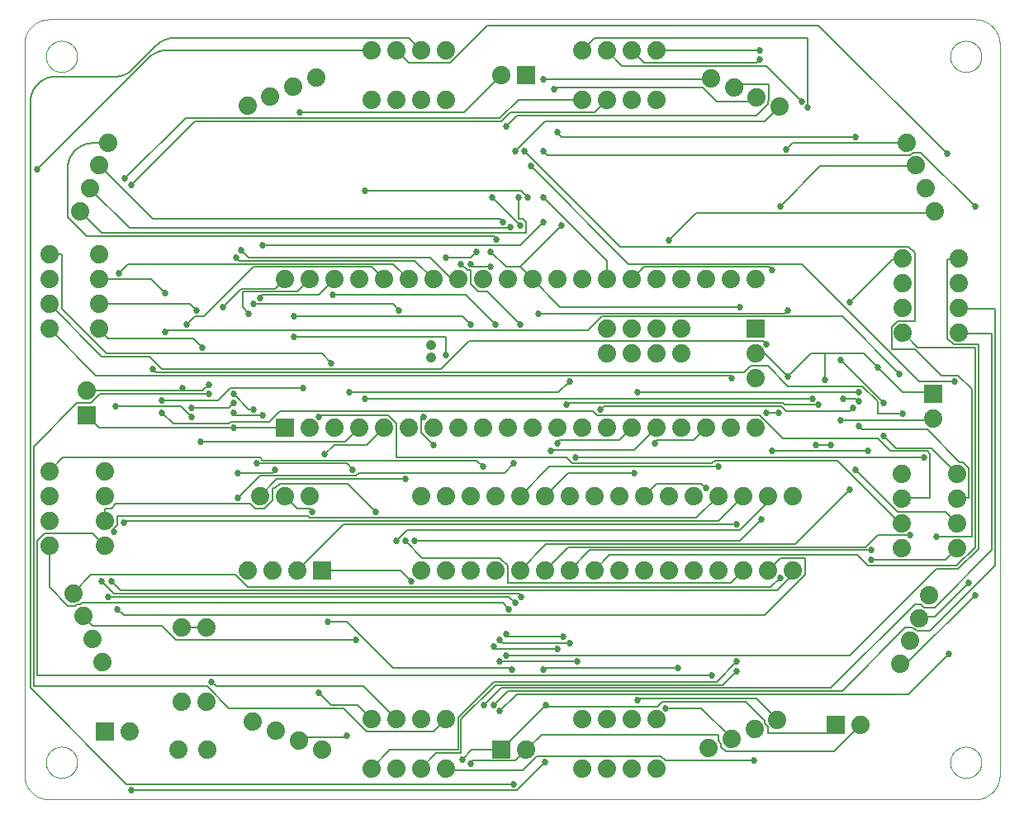
<source format=gbl>
G75*
%MOIN*%
%OFA0B0*%
%FSLAX25Y25*%
%IPPOS*%
%LPD*%
%AMOC8*
5,1,8,0,0,1.08239X$1,22.5*
%
%ADD10C,0.00000*%
%ADD11C,0.07400*%
%ADD12R,0.07400X0.07400*%
%ADD13C,0.04200*%
%ADD14C,0.00600*%
%ADD15C,0.02700*%
D10*
X0086433Y0068933D02*
X0086433Y0363894D01*
X0086436Y0364136D01*
X0086445Y0364377D01*
X0086459Y0364618D01*
X0086480Y0364859D01*
X0086506Y0365099D01*
X0086538Y0365339D01*
X0086576Y0365578D01*
X0086619Y0365815D01*
X0086669Y0366052D01*
X0086724Y0366287D01*
X0086784Y0366521D01*
X0086851Y0366753D01*
X0086922Y0366984D01*
X0087000Y0367213D01*
X0087083Y0367440D01*
X0087171Y0367665D01*
X0087265Y0367888D01*
X0087364Y0368108D01*
X0087469Y0368326D01*
X0087578Y0368541D01*
X0087693Y0368754D01*
X0087813Y0368964D01*
X0087938Y0369170D01*
X0088068Y0369374D01*
X0088203Y0369575D01*
X0088343Y0369772D01*
X0088487Y0369966D01*
X0088636Y0370156D01*
X0088790Y0370342D01*
X0088948Y0370525D01*
X0089110Y0370704D01*
X0089277Y0370879D01*
X0089448Y0371050D01*
X0089623Y0371217D01*
X0089802Y0371379D01*
X0089985Y0371537D01*
X0090171Y0371691D01*
X0090361Y0371840D01*
X0090555Y0371984D01*
X0090752Y0372124D01*
X0090953Y0372259D01*
X0091157Y0372389D01*
X0091363Y0372514D01*
X0091573Y0372634D01*
X0091786Y0372749D01*
X0092001Y0372858D01*
X0092219Y0372963D01*
X0092439Y0373062D01*
X0092662Y0373156D01*
X0092887Y0373244D01*
X0093114Y0373327D01*
X0093343Y0373405D01*
X0093574Y0373476D01*
X0093806Y0373543D01*
X0094040Y0373603D01*
X0094275Y0373658D01*
X0094512Y0373708D01*
X0094749Y0373751D01*
X0094988Y0373789D01*
X0095228Y0373821D01*
X0095468Y0373847D01*
X0095709Y0373868D01*
X0095950Y0373882D01*
X0096191Y0373891D01*
X0096433Y0373894D01*
X0470134Y0373894D01*
X0470376Y0373891D01*
X0470617Y0373882D01*
X0470858Y0373868D01*
X0471099Y0373847D01*
X0471339Y0373821D01*
X0471579Y0373789D01*
X0471818Y0373751D01*
X0472055Y0373708D01*
X0472292Y0373658D01*
X0472527Y0373603D01*
X0472761Y0373543D01*
X0472993Y0373476D01*
X0473224Y0373405D01*
X0473453Y0373327D01*
X0473680Y0373244D01*
X0473905Y0373156D01*
X0474128Y0373062D01*
X0474348Y0372963D01*
X0474566Y0372858D01*
X0474781Y0372749D01*
X0474994Y0372634D01*
X0475204Y0372514D01*
X0475410Y0372389D01*
X0475614Y0372259D01*
X0475815Y0372124D01*
X0476012Y0371984D01*
X0476206Y0371840D01*
X0476396Y0371691D01*
X0476582Y0371537D01*
X0476765Y0371379D01*
X0476944Y0371217D01*
X0477119Y0371050D01*
X0477290Y0370879D01*
X0477457Y0370704D01*
X0477619Y0370525D01*
X0477777Y0370342D01*
X0477931Y0370156D01*
X0478080Y0369966D01*
X0478224Y0369772D01*
X0478364Y0369575D01*
X0478499Y0369374D01*
X0478629Y0369170D01*
X0478754Y0368964D01*
X0478874Y0368754D01*
X0478989Y0368541D01*
X0479098Y0368326D01*
X0479203Y0368108D01*
X0479302Y0367888D01*
X0479396Y0367665D01*
X0479484Y0367440D01*
X0479567Y0367213D01*
X0479645Y0366984D01*
X0479716Y0366753D01*
X0479783Y0366521D01*
X0479843Y0366287D01*
X0479898Y0366052D01*
X0479948Y0365815D01*
X0479991Y0365578D01*
X0480029Y0365339D01*
X0480061Y0365099D01*
X0480087Y0364859D01*
X0480108Y0364618D01*
X0480122Y0364377D01*
X0480131Y0364136D01*
X0480134Y0363894D01*
X0480134Y0068933D01*
X0480131Y0068691D01*
X0480122Y0068450D01*
X0480108Y0068209D01*
X0480087Y0067968D01*
X0480061Y0067728D01*
X0480029Y0067488D01*
X0479991Y0067249D01*
X0479948Y0067012D01*
X0479898Y0066775D01*
X0479843Y0066540D01*
X0479783Y0066306D01*
X0479716Y0066074D01*
X0479645Y0065843D01*
X0479567Y0065614D01*
X0479484Y0065387D01*
X0479396Y0065162D01*
X0479302Y0064939D01*
X0479203Y0064719D01*
X0479098Y0064501D01*
X0478989Y0064286D01*
X0478874Y0064073D01*
X0478754Y0063863D01*
X0478629Y0063657D01*
X0478499Y0063453D01*
X0478364Y0063252D01*
X0478224Y0063055D01*
X0478080Y0062861D01*
X0477931Y0062671D01*
X0477777Y0062485D01*
X0477619Y0062302D01*
X0477457Y0062123D01*
X0477290Y0061948D01*
X0477119Y0061777D01*
X0476944Y0061610D01*
X0476765Y0061448D01*
X0476582Y0061290D01*
X0476396Y0061136D01*
X0476206Y0060987D01*
X0476012Y0060843D01*
X0475815Y0060703D01*
X0475614Y0060568D01*
X0475410Y0060438D01*
X0475204Y0060313D01*
X0474994Y0060193D01*
X0474781Y0060078D01*
X0474566Y0059969D01*
X0474348Y0059864D01*
X0474128Y0059765D01*
X0473905Y0059671D01*
X0473680Y0059583D01*
X0473453Y0059500D01*
X0473224Y0059422D01*
X0472993Y0059351D01*
X0472761Y0059284D01*
X0472527Y0059224D01*
X0472292Y0059169D01*
X0472055Y0059119D01*
X0471818Y0059076D01*
X0471579Y0059038D01*
X0471339Y0059006D01*
X0471099Y0058980D01*
X0470858Y0058959D01*
X0470617Y0058945D01*
X0470376Y0058936D01*
X0470134Y0058933D01*
X0096433Y0058933D01*
X0096191Y0058936D01*
X0095950Y0058945D01*
X0095709Y0058959D01*
X0095468Y0058980D01*
X0095228Y0059006D01*
X0094988Y0059038D01*
X0094749Y0059076D01*
X0094512Y0059119D01*
X0094275Y0059169D01*
X0094040Y0059224D01*
X0093806Y0059284D01*
X0093574Y0059351D01*
X0093343Y0059422D01*
X0093114Y0059500D01*
X0092887Y0059583D01*
X0092662Y0059671D01*
X0092439Y0059765D01*
X0092219Y0059864D01*
X0092001Y0059969D01*
X0091786Y0060078D01*
X0091573Y0060193D01*
X0091363Y0060313D01*
X0091157Y0060438D01*
X0090953Y0060568D01*
X0090752Y0060703D01*
X0090555Y0060843D01*
X0090361Y0060987D01*
X0090171Y0061136D01*
X0089985Y0061290D01*
X0089802Y0061448D01*
X0089623Y0061610D01*
X0089448Y0061777D01*
X0089277Y0061948D01*
X0089110Y0062123D01*
X0088948Y0062302D01*
X0088790Y0062485D01*
X0088636Y0062671D01*
X0088487Y0062861D01*
X0088343Y0063055D01*
X0088203Y0063252D01*
X0088068Y0063453D01*
X0087938Y0063657D01*
X0087813Y0063863D01*
X0087693Y0064073D01*
X0087578Y0064286D01*
X0087469Y0064501D01*
X0087364Y0064719D01*
X0087265Y0064939D01*
X0087171Y0065162D01*
X0087083Y0065387D01*
X0087000Y0065614D01*
X0086922Y0065843D01*
X0086851Y0066074D01*
X0086784Y0066306D01*
X0086724Y0066540D01*
X0086669Y0066775D01*
X0086619Y0067012D01*
X0086576Y0067249D01*
X0086538Y0067488D01*
X0086506Y0067728D01*
X0086480Y0067968D01*
X0086459Y0068209D01*
X0086445Y0068450D01*
X0086436Y0068691D01*
X0086433Y0068933D01*
X0095134Y0073933D02*
X0095136Y0074091D01*
X0095142Y0074249D01*
X0095152Y0074407D01*
X0095166Y0074565D01*
X0095184Y0074722D01*
X0095205Y0074879D01*
X0095231Y0075035D01*
X0095261Y0075191D01*
X0095294Y0075346D01*
X0095332Y0075499D01*
X0095373Y0075652D01*
X0095418Y0075804D01*
X0095467Y0075955D01*
X0095520Y0076104D01*
X0095576Y0076252D01*
X0095636Y0076398D01*
X0095700Y0076543D01*
X0095768Y0076686D01*
X0095839Y0076828D01*
X0095913Y0076968D01*
X0095991Y0077105D01*
X0096073Y0077241D01*
X0096157Y0077375D01*
X0096246Y0077506D01*
X0096337Y0077635D01*
X0096432Y0077762D01*
X0096529Y0077887D01*
X0096630Y0078009D01*
X0096734Y0078128D01*
X0096841Y0078245D01*
X0096951Y0078359D01*
X0097064Y0078470D01*
X0097179Y0078579D01*
X0097297Y0078684D01*
X0097418Y0078786D01*
X0097541Y0078886D01*
X0097667Y0078982D01*
X0097795Y0079075D01*
X0097925Y0079165D01*
X0098058Y0079251D01*
X0098193Y0079335D01*
X0098329Y0079414D01*
X0098468Y0079491D01*
X0098609Y0079563D01*
X0098751Y0079633D01*
X0098895Y0079698D01*
X0099041Y0079760D01*
X0099188Y0079818D01*
X0099337Y0079873D01*
X0099487Y0079924D01*
X0099638Y0079971D01*
X0099790Y0080014D01*
X0099943Y0080053D01*
X0100098Y0080089D01*
X0100253Y0080120D01*
X0100409Y0080148D01*
X0100565Y0080172D01*
X0100722Y0080192D01*
X0100880Y0080208D01*
X0101037Y0080220D01*
X0101196Y0080228D01*
X0101354Y0080232D01*
X0101512Y0080232D01*
X0101670Y0080228D01*
X0101829Y0080220D01*
X0101986Y0080208D01*
X0102144Y0080192D01*
X0102301Y0080172D01*
X0102457Y0080148D01*
X0102613Y0080120D01*
X0102768Y0080089D01*
X0102923Y0080053D01*
X0103076Y0080014D01*
X0103228Y0079971D01*
X0103379Y0079924D01*
X0103529Y0079873D01*
X0103678Y0079818D01*
X0103825Y0079760D01*
X0103971Y0079698D01*
X0104115Y0079633D01*
X0104257Y0079563D01*
X0104398Y0079491D01*
X0104537Y0079414D01*
X0104673Y0079335D01*
X0104808Y0079251D01*
X0104941Y0079165D01*
X0105071Y0079075D01*
X0105199Y0078982D01*
X0105325Y0078886D01*
X0105448Y0078786D01*
X0105569Y0078684D01*
X0105687Y0078579D01*
X0105802Y0078470D01*
X0105915Y0078359D01*
X0106025Y0078245D01*
X0106132Y0078128D01*
X0106236Y0078009D01*
X0106337Y0077887D01*
X0106434Y0077762D01*
X0106529Y0077635D01*
X0106620Y0077506D01*
X0106709Y0077375D01*
X0106793Y0077241D01*
X0106875Y0077105D01*
X0106953Y0076968D01*
X0107027Y0076828D01*
X0107098Y0076686D01*
X0107166Y0076543D01*
X0107230Y0076398D01*
X0107290Y0076252D01*
X0107346Y0076104D01*
X0107399Y0075955D01*
X0107448Y0075804D01*
X0107493Y0075652D01*
X0107534Y0075499D01*
X0107572Y0075346D01*
X0107605Y0075191D01*
X0107635Y0075035D01*
X0107661Y0074879D01*
X0107682Y0074722D01*
X0107700Y0074565D01*
X0107714Y0074407D01*
X0107724Y0074249D01*
X0107730Y0074091D01*
X0107732Y0073933D01*
X0107730Y0073775D01*
X0107724Y0073617D01*
X0107714Y0073459D01*
X0107700Y0073301D01*
X0107682Y0073144D01*
X0107661Y0072987D01*
X0107635Y0072831D01*
X0107605Y0072675D01*
X0107572Y0072520D01*
X0107534Y0072367D01*
X0107493Y0072214D01*
X0107448Y0072062D01*
X0107399Y0071911D01*
X0107346Y0071762D01*
X0107290Y0071614D01*
X0107230Y0071468D01*
X0107166Y0071323D01*
X0107098Y0071180D01*
X0107027Y0071038D01*
X0106953Y0070898D01*
X0106875Y0070761D01*
X0106793Y0070625D01*
X0106709Y0070491D01*
X0106620Y0070360D01*
X0106529Y0070231D01*
X0106434Y0070104D01*
X0106337Y0069979D01*
X0106236Y0069857D01*
X0106132Y0069738D01*
X0106025Y0069621D01*
X0105915Y0069507D01*
X0105802Y0069396D01*
X0105687Y0069287D01*
X0105569Y0069182D01*
X0105448Y0069080D01*
X0105325Y0068980D01*
X0105199Y0068884D01*
X0105071Y0068791D01*
X0104941Y0068701D01*
X0104808Y0068615D01*
X0104673Y0068531D01*
X0104537Y0068452D01*
X0104398Y0068375D01*
X0104257Y0068303D01*
X0104115Y0068233D01*
X0103971Y0068168D01*
X0103825Y0068106D01*
X0103678Y0068048D01*
X0103529Y0067993D01*
X0103379Y0067942D01*
X0103228Y0067895D01*
X0103076Y0067852D01*
X0102923Y0067813D01*
X0102768Y0067777D01*
X0102613Y0067746D01*
X0102457Y0067718D01*
X0102301Y0067694D01*
X0102144Y0067674D01*
X0101986Y0067658D01*
X0101829Y0067646D01*
X0101670Y0067638D01*
X0101512Y0067634D01*
X0101354Y0067634D01*
X0101196Y0067638D01*
X0101037Y0067646D01*
X0100880Y0067658D01*
X0100722Y0067674D01*
X0100565Y0067694D01*
X0100409Y0067718D01*
X0100253Y0067746D01*
X0100098Y0067777D01*
X0099943Y0067813D01*
X0099790Y0067852D01*
X0099638Y0067895D01*
X0099487Y0067942D01*
X0099337Y0067993D01*
X0099188Y0068048D01*
X0099041Y0068106D01*
X0098895Y0068168D01*
X0098751Y0068233D01*
X0098609Y0068303D01*
X0098468Y0068375D01*
X0098329Y0068452D01*
X0098193Y0068531D01*
X0098058Y0068615D01*
X0097925Y0068701D01*
X0097795Y0068791D01*
X0097667Y0068884D01*
X0097541Y0068980D01*
X0097418Y0069080D01*
X0097297Y0069182D01*
X0097179Y0069287D01*
X0097064Y0069396D01*
X0096951Y0069507D01*
X0096841Y0069621D01*
X0096734Y0069738D01*
X0096630Y0069857D01*
X0096529Y0069979D01*
X0096432Y0070104D01*
X0096337Y0070231D01*
X0096246Y0070360D01*
X0096157Y0070491D01*
X0096073Y0070625D01*
X0095991Y0070761D01*
X0095913Y0070898D01*
X0095839Y0071038D01*
X0095768Y0071180D01*
X0095700Y0071323D01*
X0095636Y0071468D01*
X0095576Y0071614D01*
X0095520Y0071762D01*
X0095467Y0071911D01*
X0095418Y0072062D01*
X0095373Y0072214D01*
X0095332Y0072367D01*
X0095294Y0072520D01*
X0095261Y0072675D01*
X0095231Y0072831D01*
X0095205Y0072987D01*
X0095184Y0073144D01*
X0095166Y0073301D01*
X0095152Y0073459D01*
X0095142Y0073617D01*
X0095136Y0073775D01*
X0095134Y0073933D01*
X0460134Y0073933D02*
X0460136Y0074091D01*
X0460142Y0074249D01*
X0460152Y0074407D01*
X0460166Y0074565D01*
X0460184Y0074722D01*
X0460205Y0074879D01*
X0460231Y0075035D01*
X0460261Y0075191D01*
X0460294Y0075346D01*
X0460332Y0075499D01*
X0460373Y0075652D01*
X0460418Y0075804D01*
X0460467Y0075955D01*
X0460520Y0076104D01*
X0460576Y0076252D01*
X0460636Y0076398D01*
X0460700Y0076543D01*
X0460768Y0076686D01*
X0460839Y0076828D01*
X0460913Y0076968D01*
X0460991Y0077105D01*
X0461073Y0077241D01*
X0461157Y0077375D01*
X0461246Y0077506D01*
X0461337Y0077635D01*
X0461432Y0077762D01*
X0461529Y0077887D01*
X0461630Y0078009D01*
X0461734Y0078128D01*
X0461841Y0078245D01*
X0461951Y0078359D01*
X0462064Y0078470D01*
X0462179Y0078579D01*
X0462297Y0078684D01*
X0462418Y0078786D01*
X0462541Y0078886D01*
X0462667Y0078982D01*
X0462795Y0079075D01*
X0462925Y0079165D01*
X0463058Y0079251D01*
X0463193Y0079335D01*
X0463329Y0079414D01*
X0463468Y0079491D01*
X0463609Y0079563D01*
X0463751Y0079633D01*
X0463895Y0079698D01*
X0464041Y0079760D01*
X0464188Y0079818D01*
X0464337Y0079873D01*
X0464487Y0079924D01*
X0464638Y0079971D01*
X0464790Y0080014D01*
X0464943Y0080053D01*
X0465098Y0080089D01*
X0465253Y0080120D01*
X0465409Y0080148D01*
X0465565Y0080172D01*
X0465722Y0080192D01*
X0465880Y0080208D01*
X0466037Y0080220D01*
X0466196Y0080228D01*
X0466354Y0080232D01*
X0466512Y0080232D01*
X0466670Y0080228D01*
X0466829Y0080220D01*
X0466986Y0080208D01*
X0467144Y0080192D01*
X0467301Y0080172D01*
X0467457Y0080148D01*
X0467613Y0080120D01*
X0467768Y0080089D01*
X0467923Y0080053D01*
X0468076Y0080014D01*
X0468228Y0079971D01*
X0468379Y0079924D01*
X0468529Y0079873D01*
X0468678Y0079818D01*
X0468825Y0079760D01*
X0468971Y0079698D01*
X0469115Y0079633D01*
X0469257Y0079563D01*
X0469398Y0079491D01*
X0469537Y0079414D01*
X0469673Y0079335D01*
X0469808Y0079251D01*
X0469941Y0079165D01*
X0470071Y0079075D01*
X0470199Y0078982D01*
X0470325Y0078886D01*
X0470448Y0078786D01*
X0470569Y0078684D01*
X0470687Y0078579D01*
X0470802Y0078470D01*
X0470915Y0078359D01*
X0471025Y0078245D01*
X0471132Y0078128D01*
X0471236Y0078009D01*
X0471337Y0077887D01*
X0471434Y0077762D01*
X0471529Y0077635D01*
X0471620Y0077506D01*
X0471709Y0077375D01*
X0471793Y0077241D01*
X0471875Y0077105D01*
X0471953Y0076968D01*
X0472027Y0076828D01*
X0472098Y0076686D01*
X0472166Y0076543D01*
X0472230Y0076398D01*
X0472290Y0076252D01*
X0472346Y0076104D01*
X0472399Y0075955D01*
X0472448Y0075804D01*
X0472493Y0075652D01*
X0472534Y0075499D01*
X0472572Y0075346D01*
X0472605Y0075191D01*
X0472635Y0075035D01*
X0472661Y0074879D01*
X0472682Y0074722D01*
X0472700Y0074565D01*
X0472714Y0074407D01*
X0472724Y0074249D01*
X0472730Y0074091D01*
X0472732Y0073933D01*
X0472730Y0073775D01*
X0472724Y0073617D01*
X0472714Y0073459D01*
X0472700Y0073301D01*
X0472682Y0073144D01*
X0472661Y0072987D01*
X0472635Y0072831D01*
X0472605Y0072675D01*
X0472572Y0072520D01*
X0472534Y0072367D01*
X0472493Y0072214D01*
X0472448Y0072062D01*
X0472399Y0071911D01*
X0472346Y0071762D01*
X0472290Y0071614D01*
X0472230Y0071468D01*
X0472166Y0071323D01*
X0472098Y0071180D01*
X0472027Y0071038D01*
X0471953Y0070898D01*
X0471875Y0070761D01*
X0471793Y0070625D01*
X0471709Y0070491D01*
X0471620Y0070360D01*
X0471529Y0070231D01*
X0471434Y0070104D01*
X0471337Y0069979D01*
X0471236Y0069857D01*
X0471132Y0069738D01*
X0471025Y0069621D01*
X0470915Y0069507D01*
X0470802Y0069396D01*
X0470687Y0069287D01*
X0470569Y0069182D01*
X0470448Y0069080D01*
X0470325Y0068980D01*
X0470199Y0068884D01*
X0470071Y0068791D01*
X0469941Y0068701D01*
X0469808Y0068615D01*
X0469673Y0068531D01*
X0469537Y0068452D01*
X0469398Y0068375D01*
X0469257Y0068303D01*
X0469115Y0068233D01*
X0468971Y0068168D01*
X0468825Y0068106D01*
X0468678Y0068048D01*
X0468529Y0067993D01*
X0468379Y0067942D01*
X0468228Y0067895D01*
X0468076Y0067852D01*
X0467923Y0067813D01*
X0467768Y0067777D01*
X0467613Y0067746D01*
X0467457Y0067718D01*
X0467301Y0067694D01*
X0467144Y0067674D01*
X0466986Y0067658D01*
X0466829Y0067646D01*
X0466670Y0067638D01*
X0466512Y0067634D01*
X0466354Y0067634D01*
X0466196Y0067638D01*
X0466037Y0067646D01*
X0465880Y0067658D01*
X0465722Y0067674D01*
X0465565Y0067694D01*
X0465409Y0067718D01*
X0465253Y0067746D01*
X0465098Y0067777D01*
X0464943Y0067813D01*
X0464790Y0067852D01*
X0464638Y0067895D01*
X0464487Y0067942D01*
X0464337Y0067993D01*
X0464188Y0068048D01*
X0464041Y0068106D01*
X0463895Y0068168D01*
X0463751Y0068233D01*
X0463609Y0068303D01*
X0463468Y0068375D01*
X0463329Y0068452D01*
X0463193Y0068531D01*
X0463058Y0068615D01*
X0462925Y0068701D01*
X0462795Y0068791D01*
X0462667Y0068884D01*
X0462541Y0068980D01*
X0462418Y0069080D01*
X0462297Y0069182D01*
X0462179Y0069287D01*
X0462064Y0069396D01*
X0461951Y0069507D01*
X0461841Y0069621D01*
X0461734Y0069738D01*
X0461630Y0069857D01*
X0461529Y0069979D01*
X0461432Y0070104D01*
X0461337Y0070231D01*
X0461246Y0070360D01*
X0461157Y0070491D01*
X0461073Y0070625D01*
X0460991Y0070761D01*
X0460913Y0070898D01*
X0460839Y0071038D01*
X0460768Y0071180D01*
X0460700Y0071323D01*
X0460636Y0071468D01*
X0460576Y0071614D01*
X0460520Y0071762D01*
X0460467Y0071911D01*
X0460418Y0072062D01*
X0460373Y0072214D01*
X0460332Y0072367D01*
X0460294Y0072520D01*
X0460261Y0072675D01*
X0460231Y0072831D01*
X0460205Y0072987D01*
X0460184Y0073144D01*
X0460166Y0073301D01*
X0460152Y0073459D01*
X0460142Y0073617D01*
X0460136Y0073775D01*
X0460134Y0073933D01*
X0460134Y0358933D02*
X0460136Y0359091D01*
X0460142Y0359249D01*
X0460152Y0359407D01*
X0460166Y0359565D01*
X0460184Y0359722D01*
X0460205Y0359879D01*
X0460231Y0360035D01*
X0460261Y0360191D01*
X0460294Y0360346D01*
X0460332Y0360499D01*
X0460373Y0360652D01*
X0460418Y0360804D01*
X0460467Y0360955D01*
X0460520Y0361104D01*
X0460576Y0361252D01*
X0460636Y0361398D01*
X0460700Y0361543D01*
X0460768Y0361686D01*
X0460839Y0361828D01*
X0460913Y0361968D01*
X0460991Y0362105D01*
X0461073Y0362241D01*
X0461157Y0362375D01*
X0461246Y0362506D01*
X0461337Y0362635D01*
X0461432Y0362762D01*
X0461529Y0362887D01*
X0461630Y0363009D01*
X0461734Y0363128D01*
X0461841Y0363245D01*
X0461951Y0363359D01*
X0462064Y0363470D01*
X0462179Y0363579D01*
X0462297Y0363684D01*
X0462418Y0363786D01*
X0462541Y0363886D01*
X0462667Y0363982D01*
X0462795Y0364075D01*
X0462925Y0364165D01*
X0463058Y0364251D01*
X0463193Y0364335D01*
X0463329Y0364414D01*
X0463468Y0364491D01*
X0463609Y0364563D01*
X0463751Y0364633D01*
X0463895Y0364698D01*
X0464041Y0364760D01*
X0464188Y0364818D01*
X0464337Y0364873D01*
X0464487Y0364924D01*
X0464638Y0364971D01*
X0464790Y0365014D01*
X0464943Y0365053D01*
X0465098Y0365089D01*
X0465253Y0365120D01*
X0465409Y0365148D01*
X0465565Y0365172D01*
X0465722Y0365192D01*
X0465880Y0365208D01*
X0466037Y0365220D01*
X0466196Y0365228D01*
X0466354Y0365232D01*
X0466512Y0365232D01*
X0466670Y0365228D01*
X0466829Y0365220D01*
X0466986Y0365208D01*
X0467144Y0365192D01*
X0467301Y0365172D01*
X0467457Y0365148D01*
X0467613Y0365120D01*
X0467768Y0365089D01*
X0467923Y0365053D01*
X0468076Y0365014D01*
X0468228Y0364971D01*
X0468379Y0364924D01*
X0468529Y0364873D01*
X0468678Y0364818D01*
X0468825Y0364760D01*
X0468971Y0364698D01*
X0469115Y0364633D01*
X0469257Y0364563D01*
X0469398Y0364491D01*
X0469537Y0364414D01*
X0469673Y0364335D01*
X0469808Y0364251D01*
X0469941Y0364165D01*
X0470071Y0364075D01*
X0470199Y0363982D01*
X0470325Y0363886D01*
X0470448Y0363786D01*
X0470569Y0363684D01*
X0470687Y0363579D01*
X0470802Y0363470D01*
X0470915Y0363359D01*
X0471025Y0363245D01*
X0471132Y0363128D01*
X0471236Y0363009D01*
X0471337Y0362887D01*
X0471434Y0362762D01*
X0471529Y0362635D01*
X0471620Y0362506D01*
X0471709Y0362375D01*
X0471793Y0362241D01*
X0471875Y0362105D01*
X0471953Y0361968D01*
X0472027Y0361828D01*
X0472098Y0361686D01*
X0472166Y0361543D01*
X0472230Y0361398D01*
X0472290Y0361252D01*
X0472346Y0361104D01*
X0472399Y0360955D01*
X0472448Y0360804D01*
X0472493Y0360652D01*
X0472534Y0360499D01*
X0472572Y0360346D01*
X0472605Y0360191D01*
X0472635Y0360035D01*
X0472661Y0359879D01*
X0472682Y0359722D01*
X0472700Y0359565D01*
X0472714Y0359407D01*
X0472724Y0359249D01*
X0472730Y0359091D01*
X0472732Y0358933D01*
X0472730Y0358775D01*
X0472724Y0358617D01*
X0472714Y0358459D01*
X0472700Y0358301D01*
X0472682Y0358144D01*
X0472661Y0357987D01*
X0472635Y0357831D01*
X0472605Y0357675D01*
X0472572Y0357520D01*
X0472534Y0357367D01*
X0472493Y0357214D01*
X0472448Y0357062D01*
X0472399Y0356911D01*
X0472346Y0356762D01*
X0472290Y0356614D01*
X0472230Y0356468D01*
X0472166Y0356323D01*
X0472098Y0356180D01*
X0472027Y0356038D01*
X0471953Y0355898D01*
X0471875Y0355761D01*
X0471793Y0355625D01*
X0471709Y0355491D01*
X0471620Y0355360D01*
X0471529Y0355231D01*
X0471434Y0355104D01*
X0471337Y0354979D01*
X0471236Y0354857D01*
X0471132Y0354738D01*
X0471025Y0354621D01*
X0470915Y0354507D01*
X0470802Y0354396D01*
X0470687Y0354287D01*
X0470569Y0354182D01*
X0470448Y0354080D01*
X0470325Y0353980D01*
X0470199Y0353884D01*
X0470071Y0353791D01*
X0469941Y0353701D01*
X0469808Y0353615D01*
X0469673Y0353531D01*
X0469537Y0353452D01*
X0469398Y0353375D01*
X0469257Y0353303D01*
X0469115Y0353233D01*
X0468971Y0353168D01*
X0468825Y0353106D01*
X0468678Y0353048D01*
X0468529Y0352993D01*
X0468379Y0352942D01*
X0468228Y0352895D01*
X0468076Y0352852D01*
X0467923Y0352813D01*
X0467768Y0352777D01*
X0467613Y0352746D01*
X0467457Y0352718D01*
X0467301Y0352694D01*
X0467144Y0352674D01*
X0466986Y0352658D01*
X0466829Y0352646D01*
X0466670Y0352638D01*
X0466512Y0352634D01*
X0466354Y0352634D01*
X0466196Y0352638D01*
X0466037Y0352646D01*
X0465880Y0352658D01*
X0465722Y0352674D01*
X0465565Y0352694D01*
X0465409Y0352718D01*
X0465253Y0352746D01*
X0465098Y0352777D01*
X0464943Y0352813D01*
X0464790Y0352852D01*
X0464638Y0352895D01*
X0464487Y0352942D01*
X0464337Y0352993D01*
X0464188Y0353048D01*
X0464041Y0353106D01*
X0463895Y0353168D01*
X0463751Y0353233D01*
X0463609Y0353303D01*
X0463468Y0353375D01*
X0463329Y0353452D01*
X0463193Y0353531D01*
X0463058Y0353615D01*
X0462925Y0353701D01*
X0462795Y0353791D01*
X0462667Y0353884D01*
X0462541Y0353980D01*
X0462418Y0354080D01*
X0462297Y0354182D01*
X0462179Y0354287D01*
X0462064Y0354396D01*
X0461951Y0354507D01*
X0461841Y0354621D01*
X0461734Y0354738D01*
X0461630Y0354857D01*
X0461529Y0354979D01*
X0461432Y0355104D01*
X0461337Y0355231D01*
X0461246Y0355360D01*
X0461157Y0355491D01*
X0461073Y0355625D01*
X0460991Y0355761D01*
X0460913Y0355898D01*
X0460839Y0356038D01*
X0460768Y0356180D01*
X0460700Y0356323D01*
X0460636Y0356468D01*
X0460576Y0356614D01*
X0460520Y0356762D01*
X0460467Y0356911D01*
X0460418Y0357062D01*
X0460373Y0357214D01*
X0460332Y0357367D01*
X0460294Y0357520D01*
X0460261Y0357675D01*
X0460231Y0357831D01*
X0460205Y0357987D01*
X0460184Y0358144D01*
X0460166Y0358301D01*
X0460152Y0358459D01*
X0460142Y0358617D01*
X0460136Y0358775D01*
X0460134Y0358933D01*
X0095134Y0358933D02*
X0095136Y0359091D01*
X0095142Y0359249D01*
X0095152Y0359407D01*
X0095166Y0359565D01*
X0095184Y0359722D01*
X0095205Y0359879D01*
X0095231Y0360035D01*
X0095261Y0360191D01*
X0095294Y0360346D01*
X0095332Y0360499D01*
X0095373Y0360652D01*
X0095418Y0360804D01*
X0095467Y0360955D01*
X0095520Y0361104D01*
X0095576Y0361252D01*
X0095636Y0361398D01*
X0095700Y0361543D01*
X0095768Y0361686D01*
X0095839Y0361828D01*
X0095913Y0361968D01*
X0095991Y0362105D01*
X0096073Y0362241D01*
X0096157Y0362375D01*
X0096246Y0362506D01*
X0096337Y0362635D01*
X0096432Y0362762D01*
X0096529Y0362887D01*
X0096630Y0363009D01*
X0096734Y0363128D01*
X0096841Y0363245D01*
X0096951Y0363359D01*
X0097064Y0363470D01*
X0097179Y0363579D01*
X0097297Y0363684D01*
X0097418Y0363786D01*
X0097541Y0363886D01*
X0097667Y0363982D01*
X0097795Y0364075D01*
X0097925Y0364165D01*
X0098058Y0364251D01*
X0098193Y0364335D01*
X0098329Y0364414D01*
X0098468Y0364491D01*
X0098609Y0364563D01*
X0098751Y0364633D01*
X0098895Y0364698D01*
X0099041Y0364760D01*
X0099188Y0364818D01*
X0099337Y0364873D01*
X0099487Y0364924D01*
X0099638Y0364971D01*
X0099790Y0365014D01*
X0099943Y0365053D01*
X0100098Y0365089D01*
X0100253Y0365120D01*
X0100409Y0365148D01*
X0100565Y0365172D01*
X0100722Y0365192D01*
X0100880Y0365208D01*
X0101037Y0365220D01*
X0101196Y0365228D01*
X0101354Y0365232D01*
X0101512Y0365232D01*
X0101670Y0365228D01*
X0101829Y0365220D01*
X0101986Y0365208D01*
X0102144Y0365192D01*
X0102301Y0365172D01*
X0102457Y0365148D01*
X0102613Y0365120D01*
X0102768Y0365089D01*
X0102923Y0365053D01*
X0103076Y0365014D01*
X0103228Y0364971D01*
X0103379Y0364924D01*
X0103529Y0364873D01*
X0103678Y0364818D01*
X0103825Y0364760D01*
X0103971Y0364698D01*
X0104115Y0364633D01*
X0104257Y0364563D01*
X0104398Y0364491D01*
X0104537Y0364414D01*
X0104673Y0364335D01*
X0104808Y0364251D01*
X0104941Y0364165D01*
X0105071Y0364075D01*
X0105199Y0363982D01*
X0105325Y0363886D01*
X0105448Y0363786D01*
X0105569Y0363684D01*
X0105687Y0363579D01*
X0105802Y0363470D01*
X0105915Y0363359D01*
X0106025Y0363245D01*
X0106132Y0363128D01*
X0106236Y0363009D01*
X0106337Y0362887D01*
X0106434Y0362762D01*
X0106529Y0362635D01*
X0106620Y0362506D01*
X0106709Y0362375D01*
X0106793Y0362241D01*
X0106875Y0362105D01*
X0106953Y0361968D01*
X0107027Y0361828D01*
X0107098Y0361686D01*
X0107166Y0361543D01*
X0107230Y0361398D01*
X0107290Y0361252D01*
X0107346Y0361104D01*
X0107399Y0360955D01*
X0107448Y0360804D01*
X0107493Y0360652D01*
X0107534Y0360499D01*
X0107572Y0360346D01*
X0107605Y0360191D01*
X0107635Y0360035D01*
X0107661Y0359879D01*
X0107682Y0359722D01*
X0107700Y0359565D01*
X0107714Y0359407D01*
X0107724Y0359249D01*
X0107730Y0359091D01*
X0107732Y0358933D01*
X0107730Y0358775D01*
X0107724Y0358617D01*
X0107714Y0358459D01*
X0107700Y0358301D01*
X0107682Y0358144D01*
X0107661Y0357987D01*
X0107635Y0357831D01*
X0107605Y0357675D01*
X0107572Y0357520D01*
X0107534Y0357367D01*
X0107493Y0357214D01*
X0107448Y0357062D01*
X0107399Y0356911D01*
X0107346Y0356762D01*
X0107290Y0356614D01*
X0107230Y0356468D01*
X0107166Y0356323D01*
X0107098Y0356180D01*
X0107027Y0356038D01*
X0106953Y0355898D01*
X0106875Y0355761D01*
X0106793Y0355625D01*
X0106709Y0355491D01*
X0106620Y0355360D01*
X0106529Y0355231D01*
X0106434Y0355104D01*
X0106337Y0354979D01*
X0106236Y0354857D01*
X0106132Y0354738D01*
X0106025Y0354621D01*
X0105915Y0354507D01*
X0105802Y0354396D01*
X0105687Y0354287D01*
X0105569Y0354182D01*
X0105448Y0354080D01*
X0105325Y0353980D01*
X0105199Y0353884D01*
X0105071Y0353791D01*
X0104941Y0353701D01*
X0104808Y0353615D01*
X0104673Y0353531D01*
X0104537Y0353452D01*
X0104398Y0353375D01*
X0104257Y0353303D01*
X0104115Y0353233D01*
X0103971Y0353168D01*
X0103825Y0353106D01*
X0103678Y0353048D01*
X0103529Y0352993D01*
X0103379Y0352942D01*
X0103228Y0352895D01*
X0103076Y0352852D01*
X0102923Y0352813D01*
X0102768Y0352777D01*
X0102613Y0352746D01*
X0102457Y0352718D01*
X0102301Y0352694D01*
X0102144Y0352674D01*
X0101986Y0352658D01*
X0101829Y0352646D01*
X0101670Y0352638D01*
X0101512Y0352634D01*
X0101354Y0352634D01*
X0101196Y0352638D01*
X0101037Y0352646D01*
X0100880Y0352658D01*
X0100722Y0352674D01*
X0100565Y0352694D01*
X0100409Y0352718D01*
X0100253Y0352746D01*
X0100098Y0352777D01*
X0099943Y0352813D01*
X0099790Y0352852D01*
X0099638Y0352895D01*
X0099487Y0352942D01*
X0099337Y0352993D01*
X0099188Y0353048D01*
X0099041Y0353106D01*
X0098895Y0353168D01*
X0098751Y0353233D01*
X0098609Y0353303D01*
X0098468Y0353375D01*
X0098329Y0353452D01*
X0098193Y0353531D01*
X0098058Y0353615D01*
X0097925Y0353701D01*
X0097795Y0353791D01*
X0097667Y0353884D01*
X0097541Y0353980D01*
X0097418Y0354080D01*
X0097297Y0354182D01*
X0097179Y0354287D01*
X0097064Y0354396D01*
X0096951Y0354507D01*
X0096841Y0354621D01*
X0096734Y0354738D01*
X0096630Y0354857D01*
X0096529Y0354979D01*
X0096432Y0355104D01*
X0096337Y0355231D01*
X0096246Y0355360D01*
X0096157Y0355491D01*
X0096073Y0355625D01*
X0095991Y0355761D01*
X0095913Y0355898D01*
X0095839Y0356038D01*
X0095768Y0356180D01*
X0095700Y0356323D01*
X0095636Y0356468D01*
X0095576Y0356614D01*
X0095520Y0356762D01*
X0095467Y0356911D01*
X0095418Y0357062D01*
X0095373Y0357214D01*
X0095332Y0357367D01*
X0095294Y0357520D01*
X0095261Y0357675D01*
X0095231Y0357831D01*
X0095205Y0357987D01*
X0095184Y0358144D01*
X0095166Y0358301D01*
X0095152Y0358459D01*
X0095142Y0358617D01*
X0095136Y0358775D01*
X0095134Y0358933D01*
D11*
X0120414Y0324149D03*
X0116587Y0314911D03*
X0112760Y0305672D03*
X0108933Y0296433D03*
X0116433Y0278933D03*
X0116433Y0268933D03*
X0116433Y0258933D03*
X0116433Y0248933D03*
X0096433Y0248933D03*
X0096433Y0258933D03*
X0096433Y0268933D03*
X0096433Y0278933D03*
X0111433Y0223933D03*
X0118933Y0191433D03*
X0118933Y0181433D03*
X0118933Y0171433D03*
X0118933Y0161433D03*
X0096433Y0161433D03*
X0096433Y0171433D03*
X0096433Y0181433D03*
X0096433Y0191433D03*
X0106321Y0142202D03*
X0110148Y0132963D03*
X0113974Y0123725D03*
X0117801Y0114486D03*
X0149761Y0128266D03*
X0159761Y0128266D03*
X0176433Y0151433D03*
X0186433Y0151433D03*
X0196433Y0151433D03*
X0191433Y0181433D03*
X0181433Y0181433D03*
X0201433Y0181433D03*
X0201433Y0208933D03*
X0211433Y0208933D03*
X0221433Y0208933D03*
X0231433Y0208933D03*
X0241433Y0208933D03*
X0251433Y0208933D03*
X0261433Y0208933D03*
X0271433Y0208933D03*
X0281433Y0208933D03*
X0291433Y0208933D03*
X0301433Y0208933D03*
X0311433Y0208933D03*
X0321433Y0208933D03*
X0331433Y0208933D03*
X0341433Y0208933D03*
X0351433Y0208933D03*
X0361433Y0208933D03*
X0371433Y0208933D03*
X0381433Y0208933D03*
X0381433Y0228933D03*
X0381433Y0238933D03*
X0351433Y0238933D03*
X0341433Y0238933D03*
X0331433Y0238933D03*
X0321433Y0238933D03*
X0321433Y0248933D03*
X0331433Y0248933D03*
X0341433Y0248933D03*
X0351433Y0248933D03*
X0351433Y0268933D03*
X0341433Y0268933D03*
X0331433Y0268933D03*
X0321433Y0268933D03*
X0311433Y0268933D03*
X0301433Y0268933D03*
X0291433Y0268933D03*
X0281433Y0268933D03*
X0271433Y0268933D03*
X0261433Y0268933D03*
X0251433Y0268933D03*
X0241433Y0268933D03*
X0231433Y0268933D03*
X0221433Y0268933D03*
X0211433Y0268933D03*
X0201433Y0268933D03*
X0191433Y0268933D03*
X0176433Y0338933D03*
X0185672Y0342760D03*
X0194911Y0346587D03*
X0204149Y0350414D03*
X0226433Y0341433D03*
X0236433Y0341433D03*
X0246433Y0341433D03*
X0256433Y0341433D03*
X0256433Y0361433D03*
X0246433Y0361433D03*
X0236433Y0361433D03*
X0226433Y0361433D03*
X0278933Y0351433D03*
X0311433Y0341433D03*
X0321433Y0341433D03*
X0331433Y0341433D03*
X0341433Y0341433D03*
X0363535Y0350059D03*
X0372773Y0346232D03*
X0382012Y0342406D03*
X0391251Y0338579D03*
X0442453Y0324149D03*
X0446279Y0314911D03*
X0450106Y0305672D03*
X0453933Y0296433D03*
X0463564Y0277427D03*
X0463564Y0267427D03*
X0463564Y0257427D03*
X0463564Y0247427D03*
X0441064Y0247427D03*
X0441064Y0257427D03*
X0441064Y0267427D03*
X0441064Y0277427D03*
X0381433Y0268933D03*
X0371433Y0268933D03*
X0361433Y0268933D03*
X0453222Y0212775D03*
X0463059Y0190468D03*
X0463059Y0180468D03*
X0463059Y0170468D03*
X0463059Y0160468D03*
X0451433Y0141433D03*
X0447606Y0132194D03*
X0443779Y0122955D03*
X0439953Y0113717D03*
X0423933Y0088933D03*
X0390340Y0091181D03*
X0381101Y0087354D03*
X0371862Y0083527D03*
X0362624Y0079700D03*
X0341433Y0071433D03*
X0331433Y0071433D03*
X0321433Y0071433D03*
X0311433Y0071433D03*
X0289012Y0079212D03*
X0311433Y0091433D03*
X0321433Y0091433D03*
X0331433Y0091433D03*
X0341433Y0091433D03*
X0336433Y0151433D03*
X0326433Y0151433D03*
X0316433Y0151433D03*
X0306433Y0151433D03*
X0296433Y0151433D03*
X0286433Y0151433D03*
X0276433Y0151433D03*
X0266433Y0151433D03*
X0256433Y0151433D03*
X0246433Y0151433D03*
X0246433Y0181433D03*
X0256433Y0181433D03*
X0266433Y0181433D03*
X0276433Y0181433D03*
X0286433Y0181433D03*
X0296433Y0181433D03*
X0306433Y0181433D03*
X0316433Y0181433D03*
X0326433Y0181433D03*
X0336433Y0181433D03*
X0346433Y0181433D03*
X0356433Y0181433D03*
X0366433Y0181433D03*
X0376433Y0181433D03*
X0386433Y0181433D03*
X0396433Y0181433D03*
X0440559Y0180468D03*
X0440559Y0170468D03*
X0440559Y0160468D03*
X0440559Y0190468D03*
X0396433Y0151433D03*
X0386433Y0151433D03*
X0376433Y0151433D03*
X0366433Y0151433D03*
X0356433Y0151433D03*
X0346433Y0151433D03*
X0256433Y0091433D03*
X0246433Y0091433D03*
X0236433Y0091433D03*
X0226433Y0091433D03*
X0206433Y0078933D03*
X0197194Y0082760D03*
X0187955Y0086587D03*
X0178717Y0090414D03*
X0159761Y0098266D03*
X0149761Y0098266D03*
X0128933Y0086433D03*
X0148707Y0078977D03*
X0160107Y0078977D03*
X0226433Y0071433D03*
X0236433Y0071433D03*
X0246433Y0071433D03*
X0256433Y0071433D03*
X0311433Y0361433D03*
X0321433Y0361433D03*
X0331433Y0361433D03*
X0341433Y0361433D03*
D12*
X0288933Y0351433D03*
X0381433Y0248933D03*
X0453222Y0222775D03*
X0413933Y0088933D03*
X0279012Y0079212D03*
X0206433Y0151433D03*
X0191433Y0208933D03*
X0111433Y0213933D03*
X0118933Y0086433D03*
D13*
X0250433Y0237333D03*
X0250433Y0242533D03*
D14*
X0256433Y0245808D02*
X0256433Y0238308D01*
X0256433Y0245808D02*
X0195183Y0245808D01*
X0195183Y0253933D02*
X0263308Y0253933D01*
X0266433Y0250808D01*
X0265808Y0243933D02*
X0254558Y0232683D01*
X0142058Y0232683D01*
X0137058Y0237683D01*
X0117683Y0237683D01*
X0096433Y0258933D01*
X0101433Y0257058D02*
X0101433Y0278933D01*
X0096433Y0278933D01*
X0103933Y0293933D02*
X0111433Y0286433D01*
X0275808Y0286433D01*
X0277058Y0285183D01*
X0274558Y0280183D02*
X0280808Y0273933D01*
X0286433Y0273933D01*
X0303308Y0290808D01*
X0295808Y0292058D02*
X0286433Y0282683D01*
X0182683Y0282683D01*
X0177058Y0277683D02*
X0250183Y0277683D01*
X0258933Y0268933D01*
X0261433Y0268933D01*
X0265183Y0272683D02*
X0262683Y0275183D01*
X0265183Y0272683D02*
X0266433Y0272683D01*
X0266433Y0267058D01*
X0269558Y0263933D01*
X0273308Y0263933D01*
X0286433Y0250808D01*
X0293933Y0255183D02*
X0393308Y0255183D01*
X0394558Y0256433D01*
X0384558Y0243933D02*
X0265808Y0243933D01*
X0276433Y0250808D02*
X0264558Y0262683D01*
X0210808Y0262683D01*
X0205183Y0262683D02*
X0211433Y0268933D01*
X0205183Y0262683D02*
X0182683Y0262683D01*
X0181433Y0261433D01*
X0178933Y0258933D02*
X0235183Y0258933D01*
X0237683Y0256433D01*
X0241433Y0268933D02*
X0235183Y0275183D01*
X0128308Y0275183D01*
X0124558Y0271433D01*
X0116433Y0268933D02*
X0137683Y0268933D01*
X0143308Y0263308D01*
X0153308Y0258933D02*
X0155808Y0256433D01*
X0155183Y0253933D02*
X0158933Y0253933D01*
X0178933Y0273933D01*
X0226433Y0273933D01*
X0231433Y0268933D01*
X0243933Y0276433D02*
X0251433Y0268933D01*
X0256433Y0277683D02*
X0266433Y0277683D01*
X0268933Y0280183D01*
X0266433Y0275183D02*
X0267683Y0273933D01*
X0274558Y0273933D01*
X0286433Y0273933D02*
X0291433Y0268933D01*
X0302683Y0257683D01*
X0375183Y0257683D01*
X0384558Y0243933D02*
X0385808Y0242683D01*
X0385183Y0238933D02*
X0381433Y0238933D01*
X0385183Y0238933D02*
X0394558Y0229558D01*
X0403933Y0238933D01*
X0409558Y0238933D01*
X0409558Y0228308D01*
X0404558Y0220808D02*
X0223933Y0220808D01*
X0217683Y0223308D02*
X0302058Y0223308D01*
X0306433Y0227683D01*
X0305808Y0218933D02*
X0305183Y0218308D01*
X0305808Y0218933D02*
X0392683Y0218933D01*
X0393308Y0218308D01*
X0407058Y0218308D01*
X0417058Y0220808D02*
X0422058Y0220808D01*
X0423308Y0219558D01*
X0420808Y0217058D02*
X0419558Y0215808D01*
X0393933Y0215808D01*
X0392058Y0217683D01*
X0320183Y0217683D01*
X0318933Y0216433D01*
X0317683Y0213933D02*
X0383308Y0213933D01*
X0392683Y0204558D01*
X0430808Y0204558D01*
X0435808Y0199558D01*
X0450808Y0199558D01*
X0452058Y0198308D01*
X0452058Y0180808D01*
X0440808Y0180808D01*
X0440559Y0180468D01*
X0438933Y0175183D02*
X0458308Y0175183D01*
X0462683Y0170808D01*
X0463059Y0170468D01*
X0468933Y0165183D02*
X0454558Y0165183D01*
X0462683Y0160183D02*
X0463059Y0160468D01*
X0462683Y0160183D02*
X0458308Y0155808D01*
X0428308Y0155808D01*
X0427058Y0153308D02*
X0462683Y0153308D01*
X0470183Y0160808D01*
X0470183Y0241433D01*
X0447058Y0241433D01*
X0441433Y0247058D01*
X0441064Y0247427D01*
X0436433Y0249558D02*
X0438933Y0252058D01*
X0445808Y0252058D01*
X0445808Y0279558D01*
X0443308Y0282058D01*
X0327058Y0282058D01*
X0288308Y0320808D01*
X0284558Y0320808D02*
X0296433Y0332683D01*
X0385183Y0332683D01*
X0390808Y0338308D01*
X0391251Y0338579D01*
X0386433Y0339558D02*
X0386433Y0340808D01*
X0387058Y0341433D01*
X0387058Y0347683D01*
X0374558Y0347683D01*
X0373308Y0346433D01*
X0372773Y0346232D01*
X0365808Y0340808D02*
X0380183Y0340808D01*
X0381433Y0342058D01*
X0382012Y0342406D01*
X0386433Y0339558D02*
X0382058Y0335183D01*
X0285183Y0335183D01*
X0280808Y0330808D01*
X0278933Y0332683D02*
X0282683Y0336433D01*
X0316433Y0336433D01*
X0321433Y0341433D01*
X0311433Y0341433D02*
X0285808Y0341433D01*
X0278308Y0333933D01*
X0151433Y0333933D01*
X0127058Y0309558D01*
X0129558Y0307058D02*
X0155183Y0332683D01*
X0278933Y0332683D01*
X0263933Y0336433D02*
X0197683Y0336433D01*
X0226433Y0361433D02*
X0143700Y0361433D01*
X0139754Y0363504D02*
X0129987Y0353737D01*
X0122916Y0350808D02*
X0098933Y0350808D01*
X0098691Y0350805D01*
X0098450Y0350796D01*
X0098209Y0350782D01*
X0097968Y0350761D01*
X0097728Y0350735D01*
X0097488Y0350703D01*
X0097249Y0350665D01*
X0097012Y0350622D01*
X0096775Y0350572D01*
X0096540Y0350517D01*
X0096306Y0350457D01*
X0096074Y0350390D01*
X0095843Y0350319D01*
X0095614Y0350241D01*
X0095387Y0350158D01*
X0095162Y0350070D01*
X0094939Y0349976D01*
X0094719Y0349877D01*
X0094501Y0349772D01*
X0094286Y0349663D01*
X0094073Y0349548D01*
X0093863Y0349428D01*
X0093657Y0349303D01*
X0093453Y0349173D01*
X0093252Y0349038D01*
X0093055Y0348898D01*
X0092861Y0348754D01*
X0092671Y0348605D01*
X0092485Y0348451D01*
X0092302Y0348293D01*
X0092123Y0348131D01*
X0091948Y0347964D01*
X0091777Y0347793D01*
X0091610Y0347618D01*
X0091448Y0347439D01*
X0091290Y0347256D01*
X0091136Y0347070D01*
X0090987Y0346880D01*
X0090843Y0346686D01*
X0090703Y0346489D01*
X0090568Y0346288D01*
X0090438Y0346084D01*
X0090313Y0345878D01*
X0090193Y0345668D01*
X0090078Y0345455D01*
X0089969Y0345240D01*
X0089864Y0345022D01*
X0089765Y0344802D01*
X0089671Y0344579D01*
X0089583Y0344354D01*
X0089500Y0344127D01*
X0089422Y0343898D01*
X0089351Y0343667D01*
X0089284Y0343435D01*
X0089224Y0343201D01*
X0089169Y0342966D01*
X0089119Y0342729D01*
X0089076Y0342492D01*
X0089038Y0342253D01*
X0089006Y0342013D01*
X0088980Y0341773D01*
X0088959Y0341532D01*
X0088945Y0341291D01*
X0088936Y0341050D01*
X0088933Y0340808D01*
X0088933Y0103933D01*
X0127683Y0065183D01*
X0283933Y0065183D01*
X0285183Y0062683D02*
X0129558Y0062683D01*
X0168933Y0095808D02*
X0215183Y0095808D01*
X0224558Y0086433D01*
X0251433Y0086433D01*
X0256433Y0091433D01*
X0261433Y0092058D02*
X0261433Y0078933D01*
X0233933Y0078933D01*
X0226433Y0071433D01*
X0215808Y0083933D02*
X0198308Y0083933D01*
X0197683Y0083308D01*
X0197194Y0082760D01*
X0215808Y0083933D02*
X0216433Y0084558D01*
X0226433Y0091433D02*
X0220808Y0097058D01*
X0210183Y0097058D01*
X0205183Y0102058D01*
X0223308Y0104558D02*
X0236433Y0091433D01*
X0223308Y0104558D02*
X0163933Y0104558D01*
X0162058Y0106433D01*
X0160183Y0104558D02*
X0168933Y0095808D01*
X0160183Y0104558D02*
X0090183Y0104558D01*
X0090183Y0201433D01*
X0107683Y0218933D01*
X0113308Y0218933D01*
X0117058Y0222683D01*
X0160808Y0222683D01*
X0158308Y0223933D02*
X0150183Y0223933D01*
X0150183Y0225183D01*
X0150183Y0223933D02*
X0111433Y0223933D01*
X0115183Y0230183D02*
X0096433Y0248933D01*
X0101433Y0257058D02*
X0119558Y0238933D01*
X0206433Y0238933D01*
X0210183Y0235183D01*
X0198933Y0225183D02*
X0169558Y0225183D01*
X0164558Y0220183D01*
X0142058Y0220183D01*
X0142058Y0215183D02*
X0146433Y0210808D01*
X0168933Y0210808D01*
X0169558Y0211433D01*
X0185183Y0211433D01*
X0189558Y0215808D01*
X0315808Y0215808D01*
X0317683Y0213933D01*
X0326433Y0203933D02*
X0302683Y0203933D01*
X0301433Y0202683D01*
X0299558Y0200183D02*
X0332683Y0200183D01*
X0341433Y0208933D01*
X0342058Y0203933D02*
X0356433Y0203933D01*
X0361433Y0208933D01*
X0365183Y0195808D02*
X0414558Y0195808D01*
X0439558Y0170808D01*
X0440183Y0170808D01*
X0440559Y0170468D01*
X0438933Y0175183D02*
X0422058Y0192058D01*
X0419558Y0183933D02*
X0397683Y0162058D01*
X0297058Y0162058D01*
X0286433Y0151433D01*
X0281433Y0153308D02*
X0281433Y0146433D01*
X0371433Y0146433D01*
X0376433Y0151433D01*
X0386433Y0151433D02*
X0391433Y0156433D01*
X0401433Y0156433D01*
X0401433Y0149558D01*
X0385183Y0133308D01*
X0126433Y0133308D01*
X0123933Y0135808D01*
X0120183Y0140808D02*
X0282058Y0140808D01*
X0284558Y0138308D01*
X0282058Y0135808D02*
X0279558Y0138308D01*
X0109558Y0138308D01*
X0108933Y0137683D01*
X0107683Y0137683D01*
X0107058Y0137058D01*
X0103933Y0137058D01*
X0096433Y0144558D01*
X0096433Y0161433D01*
X0091433Y0163308D02*
X0094558Y0166433D01*
X0113933Y0166433D01*
X0118933Y0161433D01*
X0122683Y0167058D02*
X0122683Y0168308D01*
X0123933Y0169558D01*
X0123933Y0173308D01*
X0200808Y0173308D01*
X0201433Y0172683D01*
X0357683Y0172683D01*
X0366433Y0181433D01*
X0361433Y0184558D02*
X0359558Y0186433D01*
X0341433Y0186433D01*
X0336433Y0181433D01*
X0332683Y0190808D02*
X0305808Y0190808D01*
X0296433Y0181433D01*
X0286433Y0181433D02*
X0298308Y0193308D01*
X0366433Y0193308D01*
X0365183Y0195808D02*
X0363933Y0194558D01*
X0307683Y0194558D01*
X0305183Y0197058D01*
X0236433Y0197058D01*
X0236433Y0210808D01*
X0233308Y0213933D01*
X0205808Y0213933D01*
X0205183Y0213308D01*
X0211433Y0202058D02*
X0224558Y0202058D01*
X0231433Y0208933D01*
X0221433Y0208933D02*
X0215808Y0203308D01*
X0157683Y0203308D01*
X0153933Y0213308D02*
X0149558Y0217683D01*
X0123308Y0217683D01*
X0116433Y0208933D02*
X0170808Y0208933D01*
X0191433Y0208933D01*
X0182683Y0213933D02*
X0172058Y0213933D01*
X0170808Y0215183D01*
X0168933Y0217058D02*
X0153933Y0217058D01*
X0158308Y0223933D02*
X0160808Y0226433D01*
X0170808Y0222683D02*
X0177058Y0216433D01*
X0178933Y0216433D01*
X0170808Y0218933D02*
X0168933Y0217058D01*
X0181433Y0197058D02*
X0102058Y0197058D01*
X0096433Y0191433D01*
X0116433Y0208933D02*
X0111433Y0213933D01*
X0115183Y0230183D02*
X0370808Y0230183D01*
X0372058Y0228933D01*
X0377058Y0231433D02*
X0379558Y0233933D01*
X0386433Y0233933D01*
X0394558Y0225808D01*
X0424558Y0225808D01*
X0430808Y0219558D01*
X0430808Y0214558D01*
X0440808Y0214558D01*
X0433308Y0218933D02*
X0415808Y0236433D01*
X0409558Y0238933D02*
X0425183Y0238933D01*
X0430808Y0233308D01*
X0440808Y0223308D01*
X0452683Y0223308D01*
X0453222Y0222775D01*
X0447683Y0227683D02*
X0462058Y0227683D01*
X0463308Y0230183D02*
X0456433Y0230183D01*
X0445808Y0240808D01*
X0436433Y0240808D01*
X0436433Y0249558D01*
X0419558Y0259558D02*
X0437058Y0277058D01*
X0440808Y0277058D01*
X0441064Y0277427D01*
X0458933Y0277058D02*
X0463308Y0277058D01*
X0463564Y0277427D01*
X0458933Y0277058D02*
X0458933Y0245183D01*
X0461433Y0242683D01*
X0471433Y0242683D01*
X0471433Y0160183D01*
X0463308Y0152058D01*
X0454558Y0152058D01*
X0419558Y0117058D01*
X0280808Y0117058D01*
X0278308Y0114558D02*
X0309558Y0114558D01*
X0306433Y0122058D02*
X0279558Y0122058D01*
X0278308Y0123308D01*
X0275808Y0120808D02*
X0277058Y0119558D01*
X0301433Y0119558D01*
X0303933Y0124558D02*
X0282058Y0124558D01*
X0280808Y0125808D01*
X0282683Y0112058D02*
X0235183Y0112058D01*
X0216433Y0130808D01*
X0208933Y0130808D01*
X0220183Y0123308D02*
X0147683Y0123308D01*
X0142058Y0128933D01*
X0113933Y0128933D01*
X0110183Y0132683D01*
X0110148Y0132963D01*
X0106321Y0142202D02*
X0106433Y0142683D01*
X0113308Y0149558D01*
X0171433Y0149558D01*
X0176433Y0144558D01*
X0387683Y0144558D01*
X0391433Y0148308D01*
X0396433Y0149558D02*
X0390183Y0143308D01*
X0125183Y0143308D01*
X0121433Y0147058D01*
X0117683Y0147058D02*
X0122683Y0142058D01*
X0285808Y0142058D01*
X0287058Y0140808D01*
X0296433Y0151433D02*
X0305808Y0160808D01*
X0425808Y0160808D01*
X0430808Y0165808D01*
X0443933Y0165808D01*
X0428308Y0159558D02*
X0314558Y0159558D01*
X0306433Y0151433D01*
X0316433Y0151433D02*
X0322683Y0157683D01*
X0422683Y0157683D01*
X0427058Y0153308D01*
X0445808Y0137683D02*
X0448308Y0137683D01*
X0449558Y0136433D01*
X0453933Y0136433D01*
X0477058Y0159558D01*
X0477058Y0247058D01*
X0463933Y0247058D01*
X0463564Y0247427D01*
X0463933Y0257058D02*
X0463564Y0257427D01*
X0463933Y0257058D02*
X0478308Y0257058D01*
X0478308Y0153308D01*
X0452058Y0127058D01*
X0447058Y0127058D01*
X0444558Y0128308D01*
X0442058Y0128308D01*
X0416433Y0102683D01*
X0281433Y0102683D01*
X0275808Y0097058D01*
X0278308Y0094558D02*
X0285183Y0101433D01*
X0443308Y0101433D01*
X0459558Y0117683D01*
X0442683Y0113933D02*
X0440183Y0113933D01*
X0439953Y0113717D01*
X0442683Y0113933D02*
X0470183Y0141433D01*
X0467683Y0146433D02*
X0453933Y0132683D01*
X0447683Y0132683D01*
X0447606Y0132194D01*
X0445808Y0137683D02*
X0412058Y0103933D01*
X0278933Y0103933D01*
X0272058Y0097058D01*
X0276433Y0105183D02*
X0262683Y0091433D01*
X0262683Y0077683D01*
X0252683Y0077683D01*
X0246433Y0071433D01*
X0256433Y0071433D02*
X0257058Y0070808D01*
X0287683Y0070808D01*
X0293308Y0076433D01*
X0343308Y0076433D01*
X0345183Y0074558D01*
X0380808Y0074558D01*
X0369558Y0078308D02*
X0367683Y0080183D01*
X0367683Y0081433D01*
X0366433Y0082683D01*
X0366433Y0085183D01*
X0295183Y0085183D01*
X0289558Y0079558D01*
X0289012Y0079212D01*
X0288933Y0078933D01*
X0284558Y0074558D01*
X0267683Y0074558D01*
X0266433Y0073308D01*
X0263308Y0075183D02*
X0267058Y0078933D01*
X0278933Y0078933D01*
X0279012Y0079212D01*
X0279558Y0079558D01*
X0297058Y0097058D01*
X0297683Y0096433D01*
X0342058Y0096433D01*
X0343933Y0098308D01*
X0377683Y0098308D01*
X0385183Y0090808D01*
X0385183Y0089558D01*
X0386433Y0088308D01*
X0386433Y0085808D01*
X0410808Y0085808D01*
X0413933Y0088933D01*
X0423933Y0088933D02*
X0413308Y0078308D01*
X0369558Y0078308D01*
X0371862Y0083527D02*
X0371433Y0083933D01*
X0359558Y0095808D01*
X0345183Y0095808D01*
X0334558Y0099558D02*
X0333933Y0098933D01*
X0334558Y0099558D02*
X0382058Y0099558D01*
X0390183Y0091433D01*
X0390340Y0091181D01*
X0373933Y0110808D02*
X0368308Y0105183D01*
X0276433Y0105183D01*
X0275808Y0106433D02*
X0261433Y0092058D01*
X0275808Y0106433D02*
X0365808Y0106433D01*
X0373933Y0114558D01*
X0363933Y0108933D02*
X0091433Y0108933D01*
X0091433Y0163308D01*
X0118933Y0171433D02*
X0118933Y0176433D01*
X0121433Y0176433D01*
X0123308Y0178308D01*
X0177683Y0178308D01*
X0179558Y0176433D01*
X0183308Y0176433D01*
X0186433Y0179558D01*
X0186433Y0184558D01*
X0187683Y0184558D01*
X0189558Y0186433D01*
X0217058Y0186433D01*
X0228308Y0175183D01*
X0215183Y0170183D02*
X0373933Y0170183D01*
X0375183Y0167683D02*
X0386433Y0178933D01*
X0386433Y0181433D01*
X0376433Y0181433D02*
X0366433Y0171433D01*
X0127058Y0171433D01*
X0126433Y0170808D01*
X0172683Y0180808D02*
X0181433Y0189558D01*
X0220183Y0189558D01*
X0221433Y0190808D01*
X0280183Y0190808D01*
X0283933Y0194558D01*
X0271433Y0193308D02*
X0268933Y0195808D01*
X0182683Y0195808D01*
X0181433Y0197058D01*
X0180183Y0194558D02*
X0216433Y0194558D01*
X0218933Y0192058D01*
X0211433Y0202058D02*
X0207683Y0198308D01*
X0187683Y0192058D02*
X0186433Y0190808D01*
X0172683Y0190808D01*
X0181433Y0181433D02*
X0188308Y0188308D01*
X0240183Y0188308D01*
X0251433Y0202058D02*
X0246433Y0207058D01*
X0246433Y0213308D01*
X0247683Y0213308D01*
X0298933Y0199558D02*
X0299558Y0200183D01*
X0308933Y0197058D02*
X0449558Y0197058D01*
X0452683Y0200808D02*
X0462683Y0190808D01*
X0463059Y0190468D01*
X0463933Y0195183D02*
X0465183Y0195183D01*
X0467683Y0192683D01*
X0467683Y0180808D01*
X0463308Y0180808D01*
X0463059Y0180468D01*
X0468933Y0165183D02*
X0468933Y0224558D01*
X0463308Y0230183D01*
X0447683Y0227683D02*
X0400183Y0275183D01*
X0330183Y0275183D01*
X0290808Y0314558D01*
X0295808Y0320808D02*
X0297683Y0318933D01*
X0443933Y0318933D01*
X0445183Y0320183D01*
X0448308Y0320183D01*
X0470183Y0298308D01*
X0453933Y0296433D02*
X0453308Y0295808D01*
X0357683Y0295808D01*
X0346433Y0284558D01*
X0336433Y0273933D02*
X0331433Y0268933D01*
X0336433Y0273933D02*
X0387058Y0273933D01*
X0388308Y0272683D01*
X0416433Y0253933D02*
X0439558Y0230808D01*
X0423308Y0223308D02*
X0333933Y0223308D01*
X0331433Y0208933D02*
X0326433Y0203933D01*
X0340808Y0202683D02*
X0342058Y0203933D01*
X0377058Y0231433D02*
X0139558Y0231433D01*
X0138308Y0232683D01*
X0154558Y0245183D02*
X0120183Y0245183D01*
X0116433Y0248933D01*
X0116433Y0258933D02*
X0153308Y0258933D01*
X0155183Y0253933D02*
X0152058Y0250808D01*
X0154558Y0245183D02*
X0158308Y0241433D01*
X0143933Y0248308D02*
X0313933Y0248308D01*
X0319558Y0253933D01*
X0416433Y0253933D01*
X0390808Y0215183D02*
X0385808Y0215183D01*
X0405808Y0202058D02*
X0412058Y0202058D01*
X0415808Y0212058D02*
X0452058Y0212058D01*
X0452683Y0212683D01*
X0453222Y0212775D01*
X0450808Y0208308D02*
X0463933Y0195183D01*
X0452683Y0200808D02*
X0438308Y0200808D01*
X0433308Y0205808D01*
X0424558Y0208308D02*
X0450808Y0208308D01*
X0427058Y0199558D02*
X0388308Y0199558D01*
X0423308Y0209558D02*
X0424558Y0208308D01*
X0383933Y0172058D02*
X0375183Y0163308D01*
X0243933Y0163308D01*
X0240183Y0163308D02*
X0247058Y0156433D01*
X0278308Y0156433D01*
X0281433Y0153308D01*
X0242683Y0147058D02*
X0238308Y0151433D01*
X0206433Y0151433D01*
X0196433Y0151433D02*
X0215183Y0170183D01*
X0202683Y0175183D02*
X0201433Y0176433D01*
X0196433Y0176433D01*
X0191433Y0181433D01*
X0236433Y0163308D02*
X0240808Y0167683D01*
X0375183Y0167683D01*
X0396433Y0151433D02*
X0396433Y0149558D01*
X0350183Y0112058D02*
X0296433Y0112058D01*
X0295808Y0111433D01*
X0283308Y0111433D02*
X0282683Y0112058D01*
X0296433Y0073933D02*
X0285183Y0062683D01*
X0159761Y0128266D02*
X0159558Y0128308D01*
X0150183Y0128308D01*
X0149761Y0128266D01*
X0143308Y0247683D02*
X0143933Y0248308D01*
X0166433Y0257683D02*
X0173933Y0265183D01*
X0187683Y0265183D01*
X0191433Y0268933D01*
X0196433Y0263933D02*
X0201433Y0268933D01*
X0196433Y0263933D02*
X0174558Y0263933D01*
X0174558Y0257683D01*
X0177058Y0255183D01*
X0173308Y0276433D02*
X0172058Y0277683D01*
X0173308Y0276433D02*
X0243933Y0276433D01*
X0278308Y0293308D02*
X0138308Y0293308D01*
X0117058Y0314558D01*
X0116587Y0314911D01*
X0113933Y0323933D02*
X0113691Y0323930D01*
X0113450Y0323921D01*
X0113209Y0323907D01*
X0112968Y0323886D01*
X0112728Y0323860D01*
X0112488Y0323828D01*
X0112249Y0323790D01*
X0112012Y0323747D01*
X0111775Y0323697D01*
X0111540Y0323642D01*
X0111306Y0323582D01*
X0111074Y0323515D01*
X0110843Y0323444D01*
X0110614Y0323366D01*
X0110387Y0323283D01*
X0110162Y0323195D01*
X0109939Y0323101D01*
X0109719Y0323002D01*
X0109501Y0322897D01*
X0109286Y0322788D01*
X0109073Y0322673D01*
X0108863Y0322553D01*
X0108657Y0322428D01*
X0108453Y0322298D01*
X0108252Y0322163D01*
X0108055Y0322023D01*
X0107861Y0321879D01*
X0107671Y0321730D01*
X0107485Y0321576D01*
X0107302Y0321418D01*
X0107123Y0321256D01*
X0106948Y0321089D01*
X0106777Y0320918D01*
X0106610Y0320743D01*
X0106448Y0320564D01*
X0106290Y0320381D01*
X0106136Y0320195D01*
X0105987Y0320005D01*
X0105843Y0319811D01*
X0105703Y0319614D01*
X0105568Y0319413D01*
X0105438Y0319209D01*
X0105313Y0319003D01*
X0105193Y0318793D01*
X0105078Y0318580D01*
X0104969Y0318365D01*
X0104864Y0318147D01*
X0104765Y0317927D01*
X0104671Y0317704D01*
X0104583Y0317479D01*
X0104500Y0317252D01*
X0104422Y0317023D01*
X0104351Y0316792D01*
X0104284Y0316560D01*
X0104224Y0316326D01*
X0104169Y0316091D01*
X0104119Y0315854D01*
X0104076Y0315617D01*
X0104038Y0315378D01*
X0104006Y0315138D01*
X0103980Y0314898D01*
X0103959Y0314657D01*
X0103945Y0314416D01*
X0103936Y0314175D01*
X0103933Y0313933D01*
X0103933Y0293933D01*
X0108933Y0296433D02*
X0117683Y0287683D01*
X0288933Y0287683D01*
X0288933Y0292058D01*
X0287683Y0293308D01*
X0285808Y0293308D01*
X0285808Y0302058D01*
X0287058Y0304558D02*
X0289558Y0302058D01*
X0287058Y0304558D02*
X0223933Y0304558D01*
X0263933Y0336433D02*
X0278933Y0351433D01*
X0295808Y0349558D02*
X0363308Y0349558D01*
X0363535Y0350059D01*
X0360183Y0346433D02*
X0365808Y0340808D01*
X0360183Y0346433D02*
X0300808Y0346433D01*
X0300183Y0345808D01*
X0301433Y0328308D02*
X0303308Y0326433D01*
X0422058Y0326433D01*
X0407683Y0314558D02*
X0445808Y0314558D01*
X0446279Y0314911D01*
X0442058Y0323933D02*
X0442453Y0324149D01*
X0442058Y0323933D02*
X0396433Y0323933D01*
X0393933Y0321433D01*
X0407683Y0314558D02*
X0391433Y0298308D01*
X0402683Y0338308D02*
X0402683Y0366433D01*
X0316433Y0366433D01*
X0311433Y0361433D01*
X0321433Y0361433D02*
X0327683Y0355183D01*
X0385808Y0355183D01*
X0400183Y0340808D01*
X0383308Y0357683D02*
X0382058Y0356433D01*
X0336433Y0356433D01*
X0331433Y0361433D01*
X0341433Y0361433D02*
X0383308Y0361433D01*
X0407058Y0371433D02*
X0273308Y0371433D01*
X0258308Y0356433D01*
X0241433Y0356433D01*
X0236433Y0361433D01*
X0241433Y0366433D02*
X0246433Y0361433D01*
X0241433Y0366433D02*
X0146825Y0366433D01*
X0136629Y0358504D02*
X0091433Y0313308D01*
X0112760Y0305672D02*
X0113308Y0305183D01*
X0128933Y0289558D01*
X0282058Y0289558D01*
X0282683Y0290183D01*
X0279558Y0292058D02*
X0278308Y0293308D01*
X0286433Y0290808D02*
X0275183Y0302058D01*
X0295808Y0302058D02*
X0321433Y0276433D01*
X0321433Y0268933D01*
X0407058Y0371433D02*
X0458933Y0319558D01*
X0177058Y0277683D02*
X0173933Y0280808D01*
X0120414Y0324149D02*
X0120183Y0323933D01*
X0113933Y0323933D01*
X0136629Y0358504D02*
X0136799Y0358670D01*
X0136973Y0358833D01*
X0137151Y0358990D01*
X0137333Y0359144D01*
X0137518Y0359294D01*
X0137707Y0359438D01*
X0137899Y0359579D01*
X0138095Y0359714D01*
X0138294Y0359846D01*
X0138495Y0359972D01*
X0138700Y0360093D01*
X0138908Y0360210D01*
X0139118Y0360321D01*
X0139331Y0360428D01*
X0139546Y0360529D01*
X0139763Y0360626D01*
X0139983Y0360717D01*
X0140205Y0360802D01*
X0140429Y0360883D01*
X0140655Y0360958D01*
X0140883Y0361028D01*
X0141112Y0361092D01*
X0141342Y0361151D01*
X0141574Y0361204D01*
X0141807Y0361252D01*
X0142042Y0361295D01*
X0142277Y0361331D01*
X0142513Y0361362D01*
X0142749Y0361388D01*
X0142987Y0361408D01*
X0143224Y0361422D01*
X0143462Y0361430D01*
X0143700Y0361433D01*
X0139754Y0363504D02*
X0139924Y0363670D01*
X0140098Y0363833D01*
X0140276Y0363990D01*
X0140458Y0364144D01*
X0140643Y0364294D01*
X0140832Y0364438D01*
X0141024Y0364579D01*
X0141220Y0364714D01*
X0141419Y0364846D01*
X0141620Y0364972D01*
X0141825Y0365093D01*
X0142033Y0365210D01*
X0142243Y0365321D01*
X0142456Y0365428D01*
X0142671Y0365529D01*
X0142888Y0365626D01*
X0143108Y0365717D01*
X0143330Y0365802D01*
X0143554Y0365883D01*
X0143780Y0365958D01*
X0144008Y0366028D01*
X0144237Y0366092D01*
X0144467Y0366151D01*
X0144699Y0366204D01*
X0144932Y0366252D01*
X0145167Y0366295D01*
X0145402Y0366331D01*
X0145638Y0366362D01*
X0145874Y0366388D01*
X0146112Y0366408D01*
X0146349Y0366422D01*
X0146587Y0366430D01*
X0146825Y0366433D01*
X0129987Y0353737D02*
X0129817Y0353571D01*
X0129643Y0353408D01*
X0129465Y0353251D01*
X0129283Y0353097D01*
X0129098Y0352947D01*
X0128909Y0352803D01*
X0128717Y0352662D01*
X0128521Y0352527D01*
X0128322Y0352395D01*
X0128121Y0352269D01*
X0127916Y0352148D01*
X0127708Y0352031D01*
X0127498Y0351920D01*
X0127285Y0351813D01*
X0127070Y0351712D01*
X0126853Y0351615D01*
X0126633Y0351524D01*
X0126411Y0351439D01*
X0126187Y0351358D01*
X0125961Y0351283D01*
X0125733Y0351213D01*
X0125504Y0351149D01*
X0125274Y0351090D01*
X0125042Y0351037D01*
X0124809Y0350989D01*
X0124574Y0350946D01*
X0124339Y0350910D01*
X0124103Y0350879D01*
X0123867Y0350853D01*
X0123629Y0350833D01*
X0123392Y0350819D01*
X0123154Y0350811D01*
X0122916Y0350808D01*
D15*
X0091433Y0313308D03*
X0127058Y0309558D03*
X0129558Y0307058D03*
X0172058Y0277683D03*
X0173933Y0280808D03*
X0182683Y0282683D03*
X0181433Y0261433D03*
X0178933Y0258933D03*
X0177058Y0255183D03*
X0166433Y0257683D03*
X0155808Y0256433D03*
X0152058Y0250808D03*
X0143308Y0247683D03*
X0158308Y0241433D03*
X0160808Y0226433D03*
X0160808Y0222683D03*
X0153933Y0217058D03*
X0153933Y0213308D03*
X0157683Y0203308D03*
X0170808Y0208933D03*
X0170808Y0215183D03*
X0170808Y0218933D03*
X0170808Y0222683D03*
X0178933Y0216433D03*
X0182683Y0213933D03*
X0198933Y0225183D03*
X0205183Y0213308D03*
X0207683Y0198308D03*
X0218933Y0192058D03*
X0228308Y0175183D03*
X0236433Y0163308D03*
X0240183Y0163308D03*
X0243933Y0163308D03*
X0242683Y0147058D03*
X0220183Y0123308D03*
X0208933Y0130808D03*
X0205183Y0102058D03*
X0216433Y0084558D03*
X0263308Y0075183D03*
X0266433Y0073308D03*
X0283933Y0065183D03*
X0296433Y0073933D03*
X0297058Y0097058D03*
X0295808Y0111433D03*
X0301433Y0119558D03*
X0306433Y0122058D03*
X0303933Y0124558D03*
X0309558Y0114558D03*
X0333933Y0098933D03*
X0345183Y0095808D03*
X0350183Y0112058D03*
X0363933Y0108933D03*
X0373933Y0110808D03*
X0373933Y0114558D03*
X0391433Y0148308D03*
X0383933Y0172058D03*
X0373933Y0170183D03*
X0361433Y0184558D03*
X0366433Y0193308D03*
X0388308Y0199558D03*
X0405808Y0202058D03*
X0412058Y0202058D03*
X0415808Y0212058D03*
X0420808Y0217058D03*
X0423308Y0219558D03*
X0423308Y0223308D03*
X0417058Y0220808D03*
X0407058Y0218308D03*
X0404558Y0220808D03*
X0409558Y0228308D03*
X0415808Y0236433D03*
X0430808Y0233308D03*
X0439558Y0230808D03*
X0433308Y0218933D03*
X0440808Y0214558D03*
X0433308Y0205808D03*
X0427058Y0199558D03*
X0422058Y0192058D03*
X0419558Y0183933D03*
X0443933Y0165808D03*
X0454558Y0165183D03*
X0467683Y0146433D03*
X0470183Y0141433D03*
X0459558Y0117683D03*
X0428308Y0155808D03*
X0428308Y0159558D03*
X0449558Y0197058D03*
X0423308Y0209558D03*
X0390808Y0215183D03*
X0385808Y0215183D03*
X0394558Y0229558D03*
X0385808Y0242683D03*
X0394558Y0256433D03*
X0375183Y0257683D03*
X0388308Y0272683D03*
X0391433Y0298308D03*
X0393933Y0321433D03*
X0402683Y0338308D03*
X0400183Y0340808D03*
X0383308Y0357683D03*
X0383308Y0361433D03*
X0422058Y0326433D03*
X0458933Y0319558D03*
X0470183Y0298308D03*
X0419558Y0259558D03*
X0462058Y0227683D03*
X0372058Y0228933D03*
X0340808Y0202683D03*
X0332683Y0190808D03*
X0308933Y0197058D03*
X0301433Y0202683D03*
X0298933Y0199558D03*
X0283933Y0194558D03*
X0271433Y0193308D03*
X0251433Y0202058D03*
X0247683Y0213308D03*
X0223933Y0220808D03*
X0217683Y0223308D03*
X0210183Y0235183D03*
X0195183Y0245808D03*
X0195183Y0253933D03*
X0210808Y0262683D03*
X0237683Y0256433D03*
X0256433Y0238308D03*
X0266433Y0250808D03*
X0276433Y0250808D03*
X0286433Y0250808D03*
X0293933Y0255183D03*
X0274558Y0273933D03*
X0274558Y0280183D03*
X0277058Y0285183D03*
X0282683Y0290183D03*
X0279558Y0292058D03*
X0286433Y0290808D03*
X0295808Y0292058D03*
X0303308Y0290808D03*
X0295808Y0302058D03*
X0289558Y0302058D03*
X0285808Y0302058D03*
X0275183Y0302058D03*
X0290808Y0314558D03*
X0288308Y0320808D03*
X0284558Y0320808D03*
X0280808Y0330808D03*
X0295808Y0320808D03*
X0301433Y0328308D03*
X0300183Y0345808D03*
X0295808Y0349558D03*
X0223933Y0304558D03*
X0197683Y0336433D03*
X0268933Y0280183D03*
X0266433Y0275183D03*
X0262683Y0275183D03*
X0256433Y0277683D03*
X0306433Y0227683D03*
X0305183Y0218308D03*
X0318933Y0216433D03*
X0333933Y0223308D03*
X0346433Y0284558D03*
X0240183Y0188308D03*
X0202683Y0175183D03*
X0187683Y0192058D03*
X0180183Y0194558D03*
X0172683Y0190808D03*
X0172683Y0180808D03*
X0142058Y0215183D03*
X0142058Y0220183D03*
X0150183Y0225183D03*
X0138308Y0232683D03*
X0123308Y0217683D03*
X0143308Y0263308D03*
X0124558Y0271433D03*
X0126433Y0170808D03*
X0122683Y0167058D03*
X0121433Y0147058D03*
X0117683Y0147058D03*
X0120183Y0140808D03*
X0123933Y0135808D03*
X0162058Y0106433D03*
X0129558Y0062683D03*
X0272058Y0097058D03*
X0275808Y0097058D03*
X0278308Y0094558D03*
X0283308Y0111433D03*
X0278308Y0114558D03*
X0280808Y0117058D03*
X0275808Y0120808D03*
X0278308Y0123308D03*
X0280808Y0125808D03*
X0282058Y0135808D03*
X0284558Y0138308D03*
X0287058Y0140808D03*
X0380808Y0074558D03*
M02*

</source>
